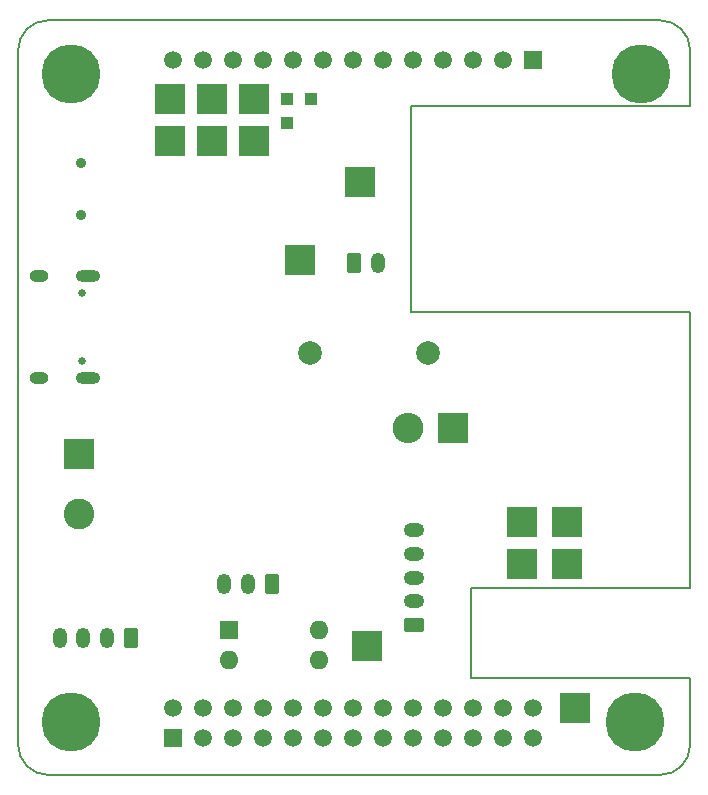
<source format=gbr>
G04 #@! TF.GenerationSoftware,KiCad,Pcbnew,6.0.5*
G04 #@! TF.CreationDate,2022-10-03T09:57:03+03:00*
G04 #@! TF.ProjectId,opi-hat,6f70692d-6861-4742-9e6b-696361645f70,rev?*
G04 #@! TF.SameCoordinates,Original*
G04 #@! TF.FileFunction,Soldermask,Top*
G04 #@! TF.FilePolarity,Negative*
%FSLAX46Y46*%
G04 Gerber Fmt 4.6, Leading zero omitted, Abs format (unit mm)*
G04 Created by KiCad (PCBNEW 6.0.5) date 2022-10-03 09:57:03*
%MOMM*%
%LPD*%
G01*
G04 APERTURE LIST*
G04 Aperture macros list*
%AMRoundRect*
0 Rectangle with rounded corners*
0 $1 Rounding radius*
0 $2 $3 $4 $5 $6 $7 $8 $9 X,Y pos of 4 corners*
0 Add a 4 corners polygon primitive as box body*
4,1,4,$2,$3,$4,$5,$6,$7,$8,$9,$2,$3,0*
0 Add four circle primitives for the rounded corners*
1,1,$1+$1,$2,$3*
1,1,$1+$1,$4,$5*
1,1,$1+$1,$6,$7*
1,1,$1+$1,$8,$9*
0 Add four rect primitives between the rounded corners*
20,1,$1+$1,$2,$3,$4,$5,0*
20,1,$1+$1,$4,$5,$6,$7,0*
20,1,$1+$1,$6,$7,$8,$9,0*
20,1,$1+$1,$8,$9,$2,$3,0*%
G04 Aperture macros list end*
G04 #@! TA.AperFunction,Profile*
%ADD10C,0.200000*%
G04 #@! TD*
%ADD11R,2.500000X2.500000*%
%ADD12R,1.000000X1.000000*%
%ADD13C,2.000000*%
%ADD14C,1.508000*%
%ADD15R,1.508000X1.508000*%
%ADD16C,5.000000*%
%ADD17RoundRect,0.250000X-0.350000X-0.625000X0.350000X-0.625000X0.350000X0.625000X-0.350000X0.625000X0*%
%ADD18O,1.200000X1.750000*%
%ADD19O,2.600000X2.600000*%
%ADD20R,2.600000X2.600000*%
%ADD21O,1.750000X1.200000*%
%ADD22RoundRect,0.250000X0.625000X-0.350000X0.625000X0.350000X-0.625000X0.350000X-0.625000X-0.350000X0*%
%ADD23C,2.600000*%
%ADD24R,1.600000X1.600000*%
%ADD25O,1.600000X1.600000*%
%ADD26RoundRect,0.250000X0.350000X0.625000X-0.350000X0.625000X-0.350000X-0.625000X0.350000X-0.625000X0*%
%ADD27C,0.900000*%
%ADD28C,0.650000*%
%ADD29O,1.600000X1.000000*%
%ADD30O,2.100000X1.000000*%
G04 APERTURE END LIST*
D10*
X81784059Y-107635933D02*
G75*
G03*
X84324059Y-110175933I2540001J1D01*
G01*
X136147941Y-110175927D02*
G75*
G03*
X138687941Y-107635933I2J2539998D01*
G01*
X138687955Y-48828067D02*
G75*
G03*
X136147941Y-46288067I-2539992J8D01*
G01*
X84324059Y-46288067D02*
G75*
G03*
X81784059Y-48828067I1J-2540001D01*
G01*
X120095391Y-94355031D02*
X138687941Y-94355031D01*
X138687941Y-107635933D02*
X138687941Y-101975031D01*
X84324059Y-110175933D02*
X136147941Y-110175933D01*
X138687941Y-53509289D02*
X138687941Y-48828067D01*
X120095391Y-101975031D02*
X120095391Y-94355031D01*
X138687941Y-53509289D02*
X115068983Y-53509289D01*
X138687941Y-94355031D02*
X138687941Y-71003289D01*
X115068983Y-53509289D02*
X115068983Y-71003289D01*
X136147941Y-46288067D02*
X84324059Y-46288067D01*
X81784059Y-48828067D02*
X81784059Y-107635933D01*
X138687941Y-101975031D02*
X120095391Y-101975031D01*
X115068983Y-71003289D02*
X138687941Y-71003289D01*
D11*
X101727000Y-56515000D03*
X124460000Y-88773000D03*
X98171000Y-56515000D03*
X94615000Y-56515000D03*
X128270000Y-88773000D03*
D12*
X104521000Y-54991000D03*
X106553000Y-52959000D03*
X104521000Y-52959000D03*
D11*
X98171000Y-52959000D03*
X94615000Y-52959000D03*
X101727000Y-52959000D03*
X128930400Y-104495600D03*
X124460000Y-92329000D03*
X110744000Y-59944000D03*
X128270000Y-92329000D03*
X105664000Y-66548000D03*
D13*
X106506000Y-74422000D03*
X116506000Y-74422000D03*
D14*
X94943041Y-49609629D03*
X97483041Y-49609629D03*
X100023041Y-49609629D03*
X102563041Y-49609629D03*
X105103041Y-49609629D03*
X107643041Y-49609629D03*
X110183041Y-49609629D03*
X112723041Y-49609629D03*
X115263041Y-49609629D03*
X117803041Y-49609629D03*
X120343041Y-49609629D03*
X122883041Y-49609629D03*
D15*
X125423041Y-49609629D03*
D14*
X125423041Y-104473629D03*
X125423041Y-107013629D03*
X122883041Y-104473629D03*
X122883041Y-107013629D03*
X120343041Y-104473629D03*
X120343041Y-107013629D03*
X117803041Y-104473629D03*
X117803041Y-107013629D03*
X115263041Y-104473629D03*
X115263041Y-107013629D03*
X112723041Y-104473629D03*
X112723041Y-107013629D03*
X110183041Y-104473629D03*
X110183041Y-107013629D03*
X107643041Y-104473629D03*
X107643041Y-107013629D03*
X105103041Y-104473629D03*
X105103041Y-107013629D03*
X102563041Y-104473629D03*
X102563041Y-107013629D03*
X100023041Y-104473629D03*
X100023041Y-107013629D03*
X97483041Y-104473629D03*
X97483041Y-107013629D03*
X94943041Y-104473629D03*
D15*
X94943041Y-107013629D03*
D16*
X134057263Y-105666159D03*
X86305263Y-50802159D03*
X86305263Y-105666159D03*
X134565263Y-50802159D03*
D17*
X110236000Y-66802000D03*
D18*
X112236000Y-66802000D03*
D19*
X114808000Y-80772000D03*
D20*
X118618000Y-80772000D03*
D21*
X115274000Y-89472000D03*
X115274000Y-91472000D03*
X115274000Y-93472000D03*
X115274000Y-95472000D03*
D22*
X115274000Y-97472000D03*
D20*
X86918600Y-83047200D03*
D23*
X86918600Y-88047200D03*
D24*
X99669600Y-97891600D03*
D25*
X99669600Y-100431600D03*
X107289600Y-100431600D03*
X107289600Y-97891600D03*
D11*
X111302800Y-99263200D03*
D26*
X103261000Y-93975000D03*
D18*
X101261000Y-93975000D03*
X99261000Y-93975000D03*
D26*
X91315800Y-98570500D03*
D18*
X89315800Y-98570500D03*
X87315800Y-98570500D03*
X85315800Y-98570500D03*
D27*
X87154500Y-62779000D03*
X87154500Y-58379000D03*
D28*
X87205500Y-69373000D03*
X87205500Y-75153000D03*
D29*
X83555500Y-76583000D03*
D30*
X87735500Y-76583000D03*
X87735500Y-67943000D03*
D29*
X83555500Y-67943000D03*
M02*

</source>
